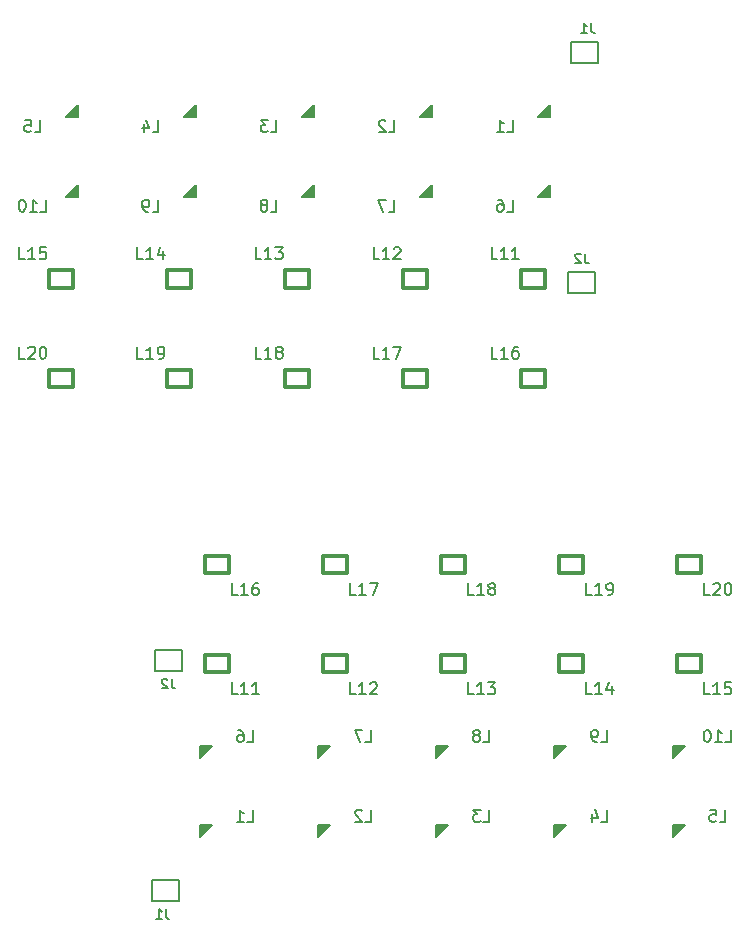
<source format=gbo>
G04 #@! TF.GenerationSoftware,KiCad,Pcbnew,5.1.8*
G04 #@! TF.CreationDate,2020-12-11T01:20:56+09:00*
G04 #@! TF.ProjectId,hikari,68696b61-7269-42e6-9b69-6361645f7063,rev?*
G04 #@! TF.SameCoordinates,Original*
G04 #@! TF.FileFunction,Legend,Bot*
G04 #@! TF.FilePolarity,Positive*
%FSLAX46Y46*%
G04 Gerber Fmt 4.6, Leading zero omitted, Abs format (unit mm)*
G04 Created by KiCad (PCBNEW 5.1.8) date 2020-12-11 01:20:56*
%MOMM*%
%LPD*%
G01*
G04 APERTURE LIST*
%ADD10C,0.150000*%
%ADD11C,0.300000*%
%ADD12R,1.800000X0.820000*%
%ADD13R,1.600000X1.000000*%
%ADD14R,0.635000X1.143000*%
%ADD15C,1.524000*%
%ADD16C,2.000000*%
G04 APERTURE END LIST*
D10*
G36*
X114190000Y-117984000D02*
G01*
X115206000Y-116968000D01*
X114190000Y-116968000D01*
X114190000Y-117984000D01*
G37*
X114190000Y-117984000D02*
X115206000Y-116968000D01*
X114190000Y-116968000D01*
X114190000Y-117984000D01*
G36*
X124190000Y-111234000D02*
G01*
X125206000Y-110218000D01*
X124190000Y-110218000D01*
X124190000Y-111234000D01*
G37*
X124190000Y-111234000D02*
X125206000Y-110218000D01*
X124190000Y-110218000D01*
X124190000Y-111234000D01*
D11*
X134570000Y-104018750D02*
X134570000Y-102568750D01*
X134570000Y-102568750D02*
X136620000Y-102568750D01*
X136620000Y-102568750D02*
X136620000Y-104018750D01*
X136620000Y-104018750D02*
X134570000Y-104018750D01*
D10*
G36*
X124190000Y-117984000D02*
G01*
X125206000Y-116968000D01*
X124190000Y-116968000D01*
X124190000Y-117984000D01*
G37*
X124190000Y-117984000D02*
X125206000Y-116968000D01*
X124190000Y-116968000D01*
X124190000Y-117984000D01*
X110106620Y-123389000D02*
X112392620Y-123389000D01*
X112392620Y-123389000D02*
X112392620Y-121611000D01*
X112392620Y-121611000D02*
X110106620Y-121611000D01*
X110106620Y-121611000D02*
X110106620Y-123389000D01*
D11*
X144570000Y-95600000D02*
X144570000Y-94150000D01*
X144570000Y-94150000D02*
X146620000Y-94150000D01*
X146620000Y-94150000D02*
X146620000Y-95600000D01*
X146620000Y-95600000D02*
X144570000Y-95600000D01*
D10*
X110357380Y-103889000D02*
X112643380Y-103889000D01*
X112643380Y-103889000D02*
X112643380Y-102111000D01*
X112643380Y-102111000D02*
X110357380Y-102111000D01*
X110357380Y-102111000D02*
X110357380Y-103889000D01*
D11*
X116620000Y-95600000D02*
X114570000Y-95600000D01*
X116620000Y-94150000D02*
X116620000Y-95600000D01*
X114570000Y-94150000D02*
X116620000Y-94150000D01*
X114570000Y-95600000D02*
X114570000Y-94150000D01*
X124570000Y-95600000D02*
X124570000Y-94150000D01*
X124570000Y-94150000D02*
X126620000Y-94150000D01*
X126620000Y-94150000D02*
X126620000Y-95600000D01*
X126620000Y-95600000D02*
X124570000Y-95600000D01*
D10*
G36*
X154190000Y-111234000D02*
G01*
X155206000Y-110218000D01*
X154190000Y-110218000D01*
X154190000Y-111234000D01*
G37*
X154190000Y-111234000D02*
X155206000Y-110218000D01*
X154190000Y-110218000D01*
X154190000Y-111234000D01*
D11*
X136620000Y-95600000D02*
X134570000Y-95600000D01*
X136620000Y-94150000D02*
X136620000Y-95600000D01*
X134570000Y-94150000D02*
X136620000Y-94150000D01*
X134570000Y-95600000D02*
X134570000Y-94150000D01*
D10*
G36*
X114190000Y-111234000D02*
G01*
X115206000Y-110218000D01*
X114190000Y-110218000D01*
X114190000Y-111234000D01*
G37*
X114190000Y-111234000D02*
X115206000Y-110218000D01*
X114190000Y-110218000D01*
X114190000Y-111234000D01*
G36*
X144190000Y-117984000D02*
G01*
X145206000Y-116968000D01*
X144190000Y-116968000D01*
X144190000Y-117984000D01*
G37*
X144190000Y-117984000D02*
X145206000Y-116968000D01*
X144190000Y-116968000D01*
X144190000Y-117984000D01*
D11*
X156620000Y-95600000D02*
X154570000Y-95600000D01*
X156620000Y-94150000D02*
X156620000Y-95600000D01*
X154570000Y-94150000D02*
X156620000Y-94150000D01*
X154570000Y-95600000D02*
X154570000Y-94150000D01*
X154570000Y-104018750D02*
X154570000Y-102568750D01*
X154570000Y-102568750D02*
X156620000Y-102568750D01*
X156620000Y-102568750D02*
X156620000Y-104018750D01*
X156620000Y-104018750D02*
X154570000Y-104018750D01*
D10*
G36*
X134190000Y-111234000D02*
G01*
X135206000Y-110218000D01*
X134190000Y-110218000D01*
X134190000Y-111234000D01*
G37*
X134190000Y-111234000D02*
X135206000Y-110218000D01*
X134190000Y-110218000D01*
X134190000Y-111234000D01*
D11*
X114570000Y-104018750D02*
X114570000Y-102568750D01*
X114570000Y-102568750D02*
X116620000Y-102568750D01*
X116620000Y-102568750D02*
X116620000Y-104018750D01*
X116620000Y-104018750D02*
X114570000Y-104018750D01*
X126620000Y-104018750D02*
X124570000Y-104018750D01*
X126620000Y-102568750D02*
X126620000Y-104018750D01*
X124570000Y-102568750D02*
X126620000Y-102568750D01*
X124570000Y-104018750D02*
X124570000Y-102568750D01*
D10*
G36*
X154190000Y-117984000D02*
G01*
X155206000Y-116968000D01*
X154190000Y-116968000D01*
X154190000Y-117984000D01*
G37*
X154190000Y-117984000D02*
X155206000Y-116968000D01*
X154190000Y-116968000D01*
X154190000Y-117984000D01*
G36*
X134190000Y-117984000D02*
G01*
X135206000Y-116968000D01*
X134190000Y-116968000D01*
X134190000Y-117984000D01*
G37*
X134190000Y-117984000D02*
X135206000Y-116968000D01*
X134190000Y-116968000D01*
X134190000Y-117984000D01*
D11*
X146620000Y-104018750D02*
X144570000Y-104018750D01*
X146620000Y-102568750D02*
X146620000Y-104018750D01*
X144570000Y-102568750D02*
X146620000Y-102568750D01*
X144570000Y-104018750D02*
X144570000Y-102568750D01*
D10*
G36*
X144190000Y-111234000D02*
G01*
X145206000Y-110218000D01*
X144190000Y-110218000D01*
X144190000Y-111234000D01*
G37*
X144190000Y-111234000D02*
X145206000Y-110218000D01*
X144190000Y-110218000D01*
X144190000Y-111234000D01*
X147893380Y-50611000D02*
X145607380Y-50611000D01*
X145607380Y-50611000D02*
X145607380Y-52389000D01*
X145607380Y-52389000D02*
X147893380Y-52389000D01*
X147893380Y-52389000D02*
X147893380Y-50611000D01*
G36*
X143810000Y-56016000D02*
G01*
X142794000Y-57032000D01*
X143810000Y-57032000D01*
X143810000Y-56016000D01*
G37*
X143810000Y-56016000D02*
X142794000Y-57032000D01*
X143810000Y-57032000D01*
X143810000Y-56016000D01*
G36*
X133810000Y-56016000D02*
G01*
X132794000Y-57032000D01*
X133810000Y-57032000D01*
X133810000Y-56016000D01*
G37*
X133810000Y-56016000D02*
X132794000Y-57032000D01*
X133810000Y-57032000D01*
X133810000Y-56016000D01*
G36*
X123810000Y-56016000D02*
G01*
X122794000Y-57032000D01*
X123810000Y-57032000D01*
X123810000Y-56016000D01*
G37*
X123810000Y-56016000D02*
X122794000Y-57032000D01*
X123810000Y-57032000D01*
X123810000Y-56016000D01*
G36*
X113810000Y-56016000D02*
G01*
X112794000Y-57032000D01*
X113810000Y-57032000D01*
X113810000Y-56016000D01*
G37*
X113810000Y-56016000D02*
X112794000Y-57032000D01*
X113810000Y-57032000D01*
X113810000Y-56016000D01*
G36*
X103810000Y-56016000D02*
G01*
X102794000Y-57032000D01*
X103810000Y-57032000D01*
X103810000Y-56016000D01*
G37*
X103810000Y-56016000D02*
X102794000Y-57032000D01*
X103810000Y-57032000D01*
X103810000Y-56016000D01*
G36*
X143810000Y-62766000D02*
G01*
X142794000Y-63782000D01*
X143810000Y-63782000D01*
X143810000Y-62766000D01*
G37*
X143810000Y-62766000D02*
X142794000Y-63782000D01*
X143810000Y-63782000D01*
X143810000Y-62766000D01*
G36*
X133810000Y-62766000D02*
G01*
X132794000Y-63782000D01*
X133810000Y-63782000D01*
X133810000Y-62766000D01*
G37*
X133810000Y-62766000D02*
X132794000Y-63782000D01*
X133810000Y-63782000D01*
X133810000Y-62766000D01*
G36*
X123810000Y-62766000D02*
G01*
X122794000Y-63782000D01*
X123810000Y-63782000D01*
X123810000Y-62766000D01*
G37*
X123810000Y-62766000D02*
X122794000Y-63782000D01*
X123810000Y-63782000D01*
X123810000Y-62766000D01*
G36*
X113810000Y-62766000D02*
G01*
X112794000Y-63782000D01*
X113810000Y-63782000D01*
X113810000Y-62766000D01*
G37*
X113810000Y-62766000D02*
X112794000Y-63782000D01*
X113810000Y-63782000D01*
X113810000Y-62766000D01*
G36*
X103810000Y-62766000D02*
G01*
X102794000Y-63782000D01*
X103810000Y-63782000D01*
X103810000Y-62766000D01*
G37*
X103810000Y-62766000D02*
X102794000Y-63782000D01*
X103810000Y-63782000D01*
X103810000Y-62766000D01*
D11*
X143430000Y-69981250D02*
X143430000Y-71431250D01*
X143430000Y-71431250D02*
X141380000Y-71431250D01*
X141380000Y-71431250D02*
X141380000Y-69981250D01*
X141380000Y-69981250D02*
X143430000Y-69981250D01*
X131380000Y-69981250D02*
X133430000Y-69981250D01*
X131380000Y-71431250D02*
X131380000Y-69981250D01*
X133430000Y-71431250D02*
X131380000Y-71431250D01*
X133430000Y-69981250D02*
X133430000Y-71431250D01*
X123430000Y-69981250D02*
X123430000Y-71431250D01*
X123430000Y-71431250D02*
X121380000Y-71431250D01*
X121380000Y-71431250D02*
X121380000Y-69981250D01*
X121380000Y-69981250D02*
X123430000Y-69981250D01*
X111380000Y-69981250D02*
X113430000Y-69981250D01*
X111380000Y-71431250D02*
X111380000Y-69981250D01*
X113430000Y-71431250D02*
X111380000Y-71431250D01*
X113430000Y-69981250D02*
X113430000Y-71431250D01*
X103430000Y-69981250D02*
X103430000Y-71431250D01*
X103430000Y-71431250D02*
X101380000Y-71431250D01*
X101380000Y-71431250D02*
X101380000Y-69981250D01*
X101380000Y-69981250D02*
X103430000Y-69981250D01*
X141380000Y-78400000D02*
X143430000Y-78400000D01*
X141380000Y-79850000D02*
X141380000Y-78400000D01*
X143430000Y-79850000D02*
X141380000Y-79850000D01*
X143430000Y-78400000D02*
X143430000Y-79850000D01*
X133430000Y-78400000D02*
X133430000Y-79850000D01*
X133430000Y-79850000D02*
X131380000Y-79850000D01*
X131380000Y-79850000D02*
X131380000Y-78400000D01*
X131380000Y-78400000D02*
X133430000Y-78400000D01*
X121380000Y-78400000D02*
X123430000Y-78400000D01*
X121380000Y-79850000D02*
X121380000Y-78400000D01*
X123430000Y-79850000D02*
X121380000Y-79850000D01*
X123430000Y-78400000D02*
X123430000Y-79850000D01*
X113430000Y-78400000D02*
X113430000Y-79850000D01*
X113430000Y-79850000D02*
X111380000Y-79850000D01*
X111380000Y-79850000D02*
X111380000Y-78400000D01*
X111380000Y-78400000D02*
X113430000Y-78400000D01*
X101380000Y-78400000D02*
X103430000Y-78400000D01*
X101380000Y-79850000D02*
X101380000Y-78400000D01*
X103430000Y-79850000D02*
X101380000Y-79850000D01*
X103430000Y-78400000D02*
X103430000Y-79850000D01*
D10*
X147642620Y-70111000D02*
X145356620Y-70111000D01*
X145356620Y-70111000D02*
X145356620Y-71889000D01*
X145356620Y-71889000D02*
X147642620Y-71889000D01*
X147642620Y-71889000D02*
X147642620Y-70111000D01*
X118166666Y-116652380D02*
X118642857Y-116652380D01*
X118642857Y-115652380D01*
X117309523Y-116652380D02*
X117880952Y-116652380D01*
X117595238Y-116652380D02*
X117595238Y-115652380D01*
X117690476Y-115795238D01*
X117785714Y-115890476D01*
X117880952Y-115938095D01*
X128166666Y-109902380D02*
X128642857Y-109902380D01*
X128642857Y-108902380D01*
X127928571Y-108902380D02*
X127261904Y-108902380D01*
X127690476Y-109902380D01*
X137357142Y-105871130D02*
X136880952Y-105871130D01*
X136880952Y-104871130D01*
X138214285Y-105871130D02*
X137642857Y-105871130D01*
X137928571Y-105871130D02*
X137928571Y-104871130D01*
X137833333Y-105013988D01*
X137738095Y-105109226D01*
X137642857Y-105156845D01*
X138547619Y-104871130D02*
X139166666Y-104871130D01*
X138833333Y-105252083D01*
X138976190Y-105252083D01*
X139071428Y-105299702D01*
X139119047Y-105347321D01*
X139166666Y-105442559D01*
X139166666Y-105680654D01*
X139119047Y-105775892D01*
X139071428Y-105823511D01*
X138976190Y-105871130D01*
X138690476Y-105871130D01*
X138595238Y-105823511D01*
X138547619Y-105775892D01*
X128166666Y-116652380D02*
X128642857Y-116652380D01*
X128642857Y-115652380D01*
X127880952Y-115747619D02*
X127833333Y-115700000D01*
X127738095Y-115652380D01*
X127500000Y-115652380D01*
X127404761Y-115700000D01*
X127357142Y-115747619D01*
X127309523Y-115842857D01*
X127309523Y-115938095D01*
X127357142Y-116080952D01*
X127928571Y-116652380D01*
X127309523Y-116652380D01*
X111270173Y-124054895D02*
X111270173Y-124635466D01*
X111308878Y-124751580D01*
X111386287Y-124828990D01*
X111502401Y-124867695D01*
X111579811Y-124867695D01*
X110457373Y-124867695D02*
X110921830Y-124867695D01*
X110689601Y-124867695D02*
X110689601Y-124054895D01*
X110767011Y-124171009D01*
X110844420Y-124248419D01*
X110921830Y-124287123D01*
X147357142Y-97452380D02*
X146880952Y-97452380D01*
X146880952Y-96452380D01*
X148214285Y-97452380D02*
X147642857Y-97452380D01*
X147928571Y-97452380D02*
X147928571Y-96452380D01*
X147833333Y-96595238D01*
X147738095Y-96690476D01*
X147642857Y-96738095D01*
X148690476Y-97452380D02*
X148880952Y-97452380D01*
X148976190Y-97404761D01*
X149023809Y-97357142D01*
X149119047Y-97214285D01*
X149166666Y-97023809D01*
X149166666Y-96642857D01*
X149119047Y-96547619D01*
X149071428Y-96500000D01*
X148976190Y-96452380D01*
X148785714Y-96452380D01*
X148690476Y-96500000D01*
X148642857Y-96547619D01*
X148595238Y-96642857D01*
X148595238Y-96880952D01*
X148642857Y-96976190D01*
X148690476Y-97023809D01*
X148785714Y-97071428D01*
X148976190Y-97071428D01*
X149071428Y-97023809D01*
X149119047Y-96976190D01*
X149166666Y-96880952D01*
X111770933Y-104554895D02*
X111770933Y-105135466D01*
X111809638Y-105251580D01*
X111887047Y-105328990D01*
X112003161Y-105367695D01*
X112080571Y-105367695D01*
X111422590Y-104632304D02*
X111383885Y-104593600D01*
X111306476Y-104554895D01*
X111112952Y-104554895D01*
X111035542Y-104593600D01*
X110996838Y-104632304D01*
X110958133Y-104709714D01*
X110958133Y-104787123D01*
X110996838Y-104903238D01*
X111461295Y-105367695D01*
X110958133Y-105367695D01*
X117357142Y-97452380D02*
X116880952Y-97452380D01*
X116880952Y-96452380D01*
X118214285Y-97452380D02*
X117642857Y-97452380D01*
X117928571Y-97452380D02*
X117928571Y-96452380D01*
X117833333Y-96595238D01*
X117738095Y-96690476D01*
X117642857Y-96738095D01*
X119071428Y-96452380D02*
X118880952Y-96452380D01*
X118785714Y-96500000D01*
X118738095Y-96547619D01*
X118642857Y-96690476D01*
X118595238Y-96880952D01*
X118595238Y-97261904D01*
X118642857Y-97357142D01*
X118690476Y-97404761D01*
X118785714Y-97452380D01*
X118976190Y-97452380D01*
X119071428Y-97404761D01*
X119119047Y-97357142D01*
X119166666Y-97261904D01*
X119166666Y-97023809D01*
X119119047Y-96928571D01*
X119071428Y-96880952D01*
X118976190Y-96833333D01*
X118785714Y-96833333D01*
X118690476Y-96880952D01*
X118642857Y-96928571D01*
X118595238Y-97023809D01*
X127357142Y-97452380D02*
X126880952Y-97452380D01*
X126880952Y-96452380D01*
X128214285Y-97452380D02*
X127642857Y-97452380D01*
X127928571Y-97452380D02*
X127928571Y-96452380D01*
X127833333Y-96595238D01*
X127738095Y-96690476D01*
X127642857Y-96738095D01*
X128547619Y-96452380D02*
X129214285Y-96452380D01*
X128785714Y-97452380D01*
X158642857Y-109902380D02*
X159119047Y-109902380D01*
X159119047Y-108902380D01*
X157785714Y-109902380D02*
X158357142Y-109902380D01*
X158071428Y-109902380D02*
X158071428Y-108902380D01*
X158166666Y-109045238D01*
X158261904Y-109140476D01*
X158357142Y-109188095D01*
X157166666Y-108902380D02*
X157071428Y-108902380D01*
X156976190Y-108950000D01*
X156928571Y-108997619D01*
X156880952Y-109092857D01*
X156833333Y-109283333D01*
X156833333Y-109521428D01*
X156880952Y-109711904D01*
X156928571Y-109807142D01*
X156976190Y-109854761D01*
X157071428Y-109902380D01*
X157166666Y-109902380D01*
X157261904Y-109854761D01*
X157309523Y-109807142D01*
X157357142Y-109711904D01*
X157404761Y-109521428D01*
X157404761Y-109283333D01*
X157357142Y-109092857D01*
X157309523Y-108997619D01*
X157261904Y-108950000D01*
X157166666Y-108902380D01*
X137357142Y-97452380D02*
X136880952Y-97452380D01*
X136880952Y-96452380D01*
X138214285Y-97452380D02*
X137642857Y-97452380D01*
X137928571Y-97452380D02*
X137928571Y-96452380D01*
X137833333Y-96595238D01*
X137738095Y-96690476D01*
X137642857Y-96738095D01*
X138785714Y-96880952D02*
X138690476Y-96833333D01*
X138642857Y-96785714D01*
X138595238Y-96690476D01*
X138595238Y-96642857D01*
X138642857Y-96547619D01*
X138690476Y-96500000D01*
X138785714Y-96452380D01*
X138976190Y-96452380D01*
X139071428Y-96500000D01*
X139119047Y-96547619D01*
X139166666Y-96642857D01*
X139166666Y-96690476D01*
X139119047Y-96785714D01*
X139071428Y-96833333D01*
X138976190Y-96880952D01*
X138785714Y-96880952D01*
X138690476Y-96928571D01*
X138642857Y-96976190D01*
X138595238Y-97071428D01*
X138595238Y-97261904D01*
X138642857Y-97357142D01*
X138690476Y-97404761D01*
X138785714Y-97452380D01*
X138976190Y-97452380D01*
X139071428Y-97404761D01*
X139119047Y-97357142D01*
X139166666Y-97261904D01*
X139166666Y-97071428D01*
X139119047Y-96976190D01*
X139071428Y-96928571D01*
X138976190Y-96880952D01*
X118166666Y-109902380D02*
X118642857Y-109902380D01*
X118642857Y-108902380D01*
X117404761Y-108902380D02*
X117595238Y-108902380D01*
X117690476Y-108950000D01*
X117738095Y-108997619D01*
X117833333Y-109140476D01*
X117880952Y-109330952D01*
X117880952Y-109711904D01*
X117833333Y-109807142D01*
X117785714Y-109854761D01*
X117690476Y-109902380D01*
X117500000Y-109902380D01*
X117404761Y-109854761D01*
X117357142Y-109807142D01*
X117309523Y-109711904D01*
X117309523Y-109473809D01*
X117357142Y-109378571D01*
X117404761Y-109330952D01*
X117500000Y-109283333D01*
X117690476Y-109283333D01*
X117785714Y-109330952D01*
X117833333Y-109378571D01*
X117880952Y-109473809D01*
X148166666Y-116652380D02*
X148642857Y-116652380D01*
X148642857Y-115652380D01*
X147404761Y-115985714D02*
X147404761Y-116652380D01*
X147642857Y-115604761D02*
X147880952Y-116319047D01*
X147261904Y-116319047D01*
X157357142Y-97452380D02*
X156880952Y-97452380D01*
X156880952Y-96452380D01*
X157642857Y-96547619D02*
X157690476Y-96500000D01*
X157785714Y-96452380D01*
X158023809Y-96452380D01*
X158119047Y-96500000D01*
X158166666Y-96547619D01*
X158214285Y-96642857D01*
X158214285Y-96738095D01*
X158166666Y-96880952D01*
X157595238Y-97452380D01*
X158214285Y-97452380D01*
X158833333Y-96452380D02*
X158928571Y-96452380D01*
X159023809Y-96500000D01*
X159071428Y-96547619D01*
X159119047Y-96642857D01*
X159166666Y-96833333D01*
X159166666Y-97071428D01*
X159119047Y-97261904D01*
X159071428Y-97357142D01*
X159023809Y-97404761D01*
X158928571Y-97452380D01*
X158833333Y-97452380D01*
X158738095Y-97404761D01*
X158690476Y-97357142D01*
X158642857Y-97261904D01*
X158595238Y-97071428D01*
X158595238Y-96833333D01*
X158642857Y-96642857D01*
X158690476Y-96547619D01*
X158738095Y-96500000D01*
X158833333Y-96452380D01*
X157357142Y-105871130D02*
X156880952Y-105871130D01*
X156880952Y-104871130D01*
X158214285Y-105871130D02*
X157642857Y-105871130D01*
X157928571Y-105871130D02*
X157928571Y-104871130D01*
X157833333Y-105013988D01*
X157738095Y-105109226D01*
X157642857Y-105156845D01*
X159119047Y-104871130D02*
X158642857Y-104871130D01*
X158595238Y-105347321D01*
X158642857Y-105299702D01*
X158738095Y-105252083D01*
X158976190Y-105252083D01*
X159071428Y-105299702D01*
X159119047Y-105347321D01*
X159166666Y-105442559D01*
X159166666Y-105680654D01*
X159119047Y-105775892D01*
X159071428Y-105823511D01*
X158976190Y-105871130D01*
X158738095Y-105871130D01*
X158642857Y-105823511D01*
X158595238Y-105775892D01*
X138166666Y-109902380D02*
X138642857Y-109902380D01*
X138642857Y-108902380D01*
X137690476Y-109330952D02*
X137785714Y-109283333D01*
X137833333Y-109235714D01*
X137880952Y-109140476D01*
X137880952Y-109092857D01*
X137833333Y-108997619D01*
X137785714Y-108950000D01*
X137690476Y-108902380D01*
X137500000Y-108902380D01*
X137404761Y-108950000D01*
X137357142Y-108997619D01*
X137309523Y-109092857D01*
X137309523Y-109140476D01*
X137357142Y-109235714D01*
X137404761Y-109283333D01*
X137500000Y-109330952D01*
X137690476Y-109330952D01*
X137785714Y-109378571D01*
X137833333Y-109426190D01*
X137880952Y-109521428D01*
X137880952Y-109711904D01*
X137833333Y-109807142D01*
X137785714Y-109854761D01*
X137690476Y-109902380D01*
X137500000Y-109902380D01*
X137404761Y-109854761D01*
X137357142Y-109807142D01*
X137309523Y-109711904D01*
X137309523Y-109521428D01*
X137357142Y-109426190D01*
X137404761Y-109378571D01*
X137500000Y-109330952D01*
X117357142Y-105871130D02*
X116880952Y-105871130D01*
X116880952Y-104871130D01*
X118214285Y-105871130D02*
X117642857Y-105871130D01*
X117928571Y-105871130D02*
X117928571Y-104871130D01*
X117833333Y-105013988D01*
X117738095Y-105109226D01*
X117642857Y-105156845D01*
X119166666Y-105871130D02*
X118595238Y-105871130D01*
X118880952Y-105871130D02*
X118880952Y-104871130D01*
X118785714Y-105013988D01*
X118690476Y-105109226D01*
X118595238Y-105156845D01*
X127357142Y-105871130D02*
X126880952Y-105871130D01*
X126880952Y-104871130D01*
X128214285Y-105871130D02*
X127642857Y-105871130D01*
X127928571Y-105871130D02*
X127928571Y-104871130D01*
X127833333Y-105013988D01*
X127738095Y-105109226D01*
X127642857Y-105156845D01*
X128595238Y-104966369D02*
X128642857Y-104918750D01*
X128738095Y-104871130D01*
X128976190Y-104871130D01*
X129071428Y-104918750D01*
X129119047Y-104966369D01*
X129166666Y-105061607D01*
X129166666Y-105156845D01*
X129119047Y-105299702D01*
X128547619Y-105871130D01*
X129166666Y-105871130D01*
X158166666Y-116652380D02*
X158642857Y-116652380D01*
X158642857Y-115652380D01*
X157357142Y-115652380D02*
X157833333Y-115652380D01*
X157880952Y-116128571D01*
X157833333Y-116080952D01*
X157738095Y-116033333D01*
X157500000Y-116033333D01*
X157404761Y-116080952D01*
X157357142Y-116128571D01*
X157309523Y-116223809D01*
X157309523Y-116461904D01*
X157357142Y-116557142D01*
X157404761Y-116604761D01*
X157500000Y-116652380D01*
X157738095Y-116652380D01*
X157833333Y-116604761D01*
X157880952Y-116557142D01*
X138166666Y-116652380D02*
X138642857Y-116652380D01*
X138642857Y-115652380D01*
X137928571Y-115652380D02*
X137309523Y-115652380D01*
X137642857Y-116033333D01*
X137500000Y-116033333D01*
X137404761Y-116080952D01*
X137357142Y-116128571D01*
X137309523Y-116223809D01*
X137309523Y-116461904D01*
X137357142Y-116557142D01*
X137404761Y-116604761D01*
X137500000Y-116652380D01*
X137785714Y-116652380D01*
X137880952Y-116604761D01*
X137928571Y-116557142D01*
X147357142Y-105871130D02*
X146880952Y-105871130D01*
X146880952Y-104871130D01*
X148214285Y-105871130D02*
X147642857Y-105871130D01*
X147928571Y-105871130D02*
X147928571Y-104871130D01*
X147833333Y-105013988D01*
X147738095Y-105109226D01*
X147642857Y-105156845D01*
X149071428Y-105204464D02*
X149071428Y-105871130D01*
X148833333Y-104823511D02*
X148595238Y-105537797D01*
X149214285Y-105537797D01*
X148166666Y-109902380D02*
X148642857Y-109902380D01*
X148642857Y-108902380D01*
X147785714Y-109902380D02*
X147595238Y-109902380D01*
X147500000Y-109854761D01*
X147452380Y-109807142D01*
X147357142Y-109664285D01*
X147309523Y-109473809D01*
X147309523Y-109092857D01*
X147357142Y-108997619D01*
X147404761Y-108950000D01*
X147500000Y-108902380D01*
X147690476Y-108902380D01*
X147785714Y-108950000D01*
X147833333Y-108997619D01*
X147880952Y-109092857D01*
X147880952Y-109330952D01*
X147833333Y-109426190D01*
X147785714Y-109473809D01*
X147690476Y-109521428D01*
X147500000Y-109521428D01*
X147404761Y-109473809D01*
X147357142Y-109426190D01*
X147309523Y-109330952D01*
X147271693Y-49054895D02*
X147271693Y-49635466D01*
X147310398Y-49751580D01*
X147387807Y-49828990D01*
X147503921Y-49867695D01*
X147581331Y-49867695D01*
X146458893Y-49867695D02*
X146923350Y-49867695D01*
X146691121Y-49867695D02*
X146691121Y-49054895D01*
X146768531Y-49171009D01*
X146845940Y-49248419D01*
X146923350Y-49287123D01*
X140166666Y-58252380D02*
X140642857Y-58252380D01*
X140642857Y-57252380D01*
X139309523Y-58252380D02*
X139880952Y-58252380D01*
X139595238Y-58252380D02*
X139595238Y-57252380D01*
X139690476Y-57395238D01*
X139785714Y-57490476D01*
X139880952Y-57538095D01*
X130166666Y-58252380D02*
X130642857Y-58252380D01*
X130642857Y-57252380D01*
X129880952Y-57347619D02*
X129833333Y-57300000D01*
X129738095Y-57252380D01*
X129500000Y-57252380D01*
X129404761Y-57300000D01*
X129357142Y-57347619D01*
X129309523Y-57442857D01*
X129309523Y-57538095D01*
X129357142Y-57680952D01*
X129928571Y-58252380D01*
X129309523Y-58252380D01*
X120166666Y-58252380D02*
X120642857Y-58252380D01*
X120642857Y-57252380D01*
X119928571Y-57252380D02*
X119309523Y-57252380D01*
X119642857Y-57633333D01*
X119500000Y-57633333D01*
X119404761Y-57680952D01*
X119357142Y-57728571D01*
X119309523Y-57823809D01*
X119309523Y-58061904D01*
X119357142Y-58157142D01*
X119404761Y-58204761D01*
X119500000Y-58252380D01*
X119785714Y-58252380D01*
X119880952Y-58204761D01*
X119928571Y-58157142D01*
X110166666Y-58252380D02*
X110642857Y-58252380D01*
X110642857Y-57252380D01*
X109404761Y-57585714D02*
X109404761Y-58252380D01*
X109642857Y-57204761D02*
X109880952Y-57919047D01*
X109261904Y-57919047D01*
X100166666Y-58252380D02*
X100642857Y-58252380D01*
X100642857Y-57252380D01*
X99357142Y-57252380D02*
X99833333Y-57252380D01*
X99880952Y-57728571D01*
X99833333Y-57680952D01*
X99738095Y-57633333D01*
X99500000Y-57633333D01*
X99404761Y-57680952D01*
X99357142Y-57728571D01*
X99309523Y-57823809D01*
X99309523Y-58061904D01*
X99357142Y-58157142D01*
X99404761Y-58204761D01*
X99500000Y-58252380D01*
X99738095Y-58252380D01*
X99833333Y-58204761D01*
X99880952Y-58157142D01*
X140166666Y-65002380D02*
X140642857Y-65002380D01*
X140642857Y-64002380D01*
X139404761Y-64002380D02*
X139595238Y-64002380D01*
X139690476Y-64050000D01*
X139738095Y-64097619D01*
X139833333Y-64240476D01*
X139880952Y-64430952D01*
X139880952Y-64811904D01*
X139833333Y-64907142D01*
X139785714Y-64954761D01*
X139690476Y-65002380D01*
X139500000Y-65002380D01*
X139404761Y-64954761D01*
X139357142Y-64907142D01*
X139309523Y-64811904D01*
X139309523Y-64573809D01*
X139357142Y-64478571D01*
X139404761Y-64430952D01*
X139500000Y-64383333D01*
X139690476Y-64383333D01*
X139785714Y-64430952D01*
X139833333Y-64478571D01*
X139880952Y-64573809D01*
X130166666Y-65002380D02*
X130642857Y-65002380D01*
X130642857Y-64002380D01*
X129928571Y-64002380D02*
X129261904Y-64002380D01*
X129690476Y-65002380D01*
X120166666Y-65002380D02*
X120642857Y-65002380D01*
X120642857Y-64002380D01*
X119690476Y-64430952D02*
X119785714Y-64383333D01*
X119833333Y-64335714D01*
X119880952Y-64240476D01*
X119880952Y-64192857D01*
X119833333Y-64097619D01*
X119785714Y-64050000D01*
X119690476Y-64002380D01*
X119500000Y-64002380D01*
X119404761Y-64050000D01*
X119357142Y-64097619D01*
X119309523Y-64192857D01*
X119309523Y-64240476D01*
X119357142Y-64335714D01*
X119404761Y-64383333D01*
X119500000Y-64430952D01*
X119690476Y-64430952D01*
X119785714Y-64478571D01*
X119833333Y-64526190D01*
X119880952Y-64621428D01*
X119880952Y-64811904D01*
X119833333Y-64907142D01*
X119785714Y-64954761D01*
X119690476Y-65002380D01*
X119500000Y-65002380D01*
X119404761Y-64954761D01*
X119357142Y-64907142D01*
X119309523Y-64811904D01*
X119309523Y-64621428D01*
X119357142Y-64526190D01*
X119404761Y-64478571D01*
X119500000Y-64430952D01*
X110166666Y-65002380D02*
X110642857Y-65002380D01*
X110642857Y-64002380D01*
X109785714Y-65002380D02*
X109595238Y-65002380D01*
X109500000Y-64954761D01*
X109452380Y-64907142D01*
X109357142Y-64764285D01*
X109309523Y-64573809D01*
X109309523Y-64192857D01*
X109357142Y-64097619D01*
X109404761Y-64050000D01*
X109500000Y-64002380D01*
X109690476Y-64002380D01*
X109785714Y-64050000D01*
X109833333Y-64097619D01*
X109880952Y-64192857D01*
X109880952Y-64430952D01*
X109833333Y-64526190D01*
X109785714Y-64573809D01*
X109690476Y-64621428D01*
X109500000Y-64621428D01*
X109404761Y-64573809D01*
X109357142Y-64526190D01*
X109309523Y-64430952D01*
X100642857Y-65002380D02*
X101119047Y-65002380D01*
X101119047Y-64002380D01*
X99785714Y-65002380D02*
X100357142Y-65002380D01*
X100071428Y-65002380D02*
X100071428Y-64002380D01*
X100166666Y-64145238D01*
X100261904Y-64240476D01*
X100357142Y-64288095D01*
X99166666Y-64002380D02*
X99071428Y-64002380D01*
X98976190Y-64050000D01*
X98928571Y-64097619D01*
X98880952Y-64192857D01*
X98833333Y-64383333D01*
X98833333Y-64621428D01*
X98880952Y-64811904D01*
X98928571Y-64907142D01*
X98976190Y-64954761D01*
X99071428Y-65002380D01*
X99166666Y-65002380D01*
X99261904Y-64954761D01*
X99309523Y-64907142D01*
X99357142Y-64811904D01*
X99404761Y-64621428D01*
X99404761Y-64383333D01*
X99357142Y-64192857D01*
X99309523Y-64097619D01*
X99261904Y-64050000D01*
X99166666Y-64002380D01*
X139357142Y-69033630D02*
X138880952Y-69033630D01*
X138880952Y-68033630D01*
X140214285Y-69033630D02*
X139642857Y-69033630D01*
X139928571Y-69033630D02*
X139928571Y-68033630D01*
X139833333Y-68176488D01*
X139738095Y-68271726D01*
X139642857Y-68319345D01*
X141166666Y-69033630D02*
X140595238Y-69033630D01*
X140880952Y-69033630D02*
X140880952Y-68033630D01*
X140785714Y-68176488D01*
X140690476Y-68271726D01*
X140595238Y-68319345D01*
X129357142Y-69033630D02*
X128880952Y-69033630D01*
X128880952Y-68033630D01*
X130214285Y-69033630D02*
X129642857Y-69033630D01*
X129928571Y-69033630D02*
X129928571Y-68033630D01*
X129833333Y-68176488D01*
X129738095Y-68271726D01*
X129642857Y-68319345D01*
X130595238Y-68128869D02*
X130642857Y-68081250D01*
X130738095Y-68033630D01*
X130976190Y-68033630D01*
X131071428Y-68081250D01*
X131119047Y-68128869D01*
X131166666Y-68224107D01*
X131166666Y-68319345D01*
X131119047Y-68462202D01*
X130547619Y-69033630D01*
X131166666Y-69033630D01*
X119357142Y-69033630D02*
X118880952Y-69033630D01*
X118880952Y-68033630D01*
X120214285Y-69033630D02*
X119642857Y-69033630D01*
X119928571Y-69033630D02*
X119928571Y-68033630D01*
X119833333Y-68176488D01*
X119738095Y-68271726D01*
X119642857Y-68319345D01*
X120547619Y-68033630D02*
X121166666Y-68033630D01*
X120833333Y-68414583D01*
X120976190Y-68414583D01*
X121071428Y-68462202D01*
X121119047Y-68509821D01*
X121166666Y-68605059D01*
X121166666Y-68843154D01*
X121119047Y-68938392D01*
X121071428Y-68986011D01*
X120976190Y-69033630D01*
X120690476Y-69033630D01*
X120595238Y-68986011D01*
X120547619Y-68938392D01*
X109357142Y-69033630D02*
X108880952Y-69033630D01*
X108880952Y-68033630D01*
X110214285Y-69033630D02*
X109642857Y-69033630D01*
X109928571Y-69033630D02*
X109928571Y-68033630D01*
X109833333Y-68176488D01*
X109738095Y-68271726D01*
X109642857Y-68319345D01*
X111071428Y-68366964D02*
X111071428Y-69033630D01*
X110833333Y-67986011D02*
X110595238Y-68700297D01*
X111214285Y-68700297D01*
X99357142Y-69033630D02*
X98880952Y-69033630D01*
X98880952Y-68033630D01*
X100214285Y-69033630D02*
X99642857Y-69033630D01*
X99928571Y-69033630D02*
X99928571Y-68033630D01*
X99833333Y-68176488D01*
X99738095Y-68271726D01*
X99642857Y-68319345D01*
X101119047Y-68033630D02*
X100642857Y-68033630D01*
X100595238Y-68509821D01*
X100642857Y-68462202D01*
X100738095Y-68414583D01*
X100976190Y-68414583D01*
X101071428Y-68462202D01*
X101119047Y-68509821D01*
X101166666Y-68605059D01*
X101166666Y-68843154D01*
X101119047Y-68938392D01*
X101071428Y-68986011D01*
X100976190Y-69033630D01*
X100738095Y-69033630D01*
X100642857Y-68986011D01*
X100595238Y-68938392D01*
X139357142Y-77452380D02*
X138880952Y-77452380D01*
X138880952Y-76452380D01*
X140214285Y-77452380D02*
X139642857Y-77452380D01*
X139928571Y-77452380D02*
X139928571Y-76452380D01*
X139833333Y-76595238D01*
X139738095Y-76690476D01*
X139642857Y-76738095D01*
X141071428Y-76452380D02*
X140880952Y-76452380D01*
X140785714Y-76500000D01*
X140738095Y-76547619D01*
X140642857Y-76690476D01*
X140595238Y-76880952D01*
X140595238Y-77261904D01*
X140642857Y-77357142D01*
X140690476Y-77404761D01*
X140785714Y-77452380D01*
X140976190Y-77452380D01*
X141071428Y-77404761D01*
X141119047Y-77357142D01*
X141166666Y-77261904D01*
X141166666Y-77023809D01*
X141119047Y-76928571D01*
X141071428Y-76880952D01*
X140976190Y-76833333D01*
X140785714Y-76833333D01*
X140690476Y-76880952D01*
X140642857Y-76928571D01*
X140595238Y-77023809D01*
X129357142Y-77452380D02*
X128880952Y-77452380D01*
X128880952Y-76452380D01*
X130214285Y-77452380D02*
X129642857Y-77452380D01*
X129928571Y-77452380D02*
X129928571Y-76452380D01*
X129833333Y-76595238D01*
X129738095Y-76690476D01*
X129642857Y-76738095D01*
X130547619Y-76452380D02*
X131214285Y-76452380D01*
X130785714Y-77452380D01*
X119357142Y-77452380D02*
X118880952Y-77452380D01*
X118880952Y-76452380D01*
X120214285Y-77452380D02*
X119642857Y-77452380D01*
X119928571Y-77452380D02*
X119928571Y-76452380D01*
X119833333Y-76595238D01*
X119738095Y-76690476D01*
X119642857Y-76738095D01*
X120785714Y-76880952D02*
X120690476Y-76833333D01*
X120642857Y-76785714D01*
X120595238Y-76690476D01*
X120595238Y-76642857D01*
X120642857Y-76547619D01*
X120690476Y-76500000D01*
X120785714Y-76452380D01*
X120976190Y-76452380D01*
X121071428Y-76500000D01*
X121119047Y-76547619D01*
X121166666Y-76642857D01*
X121166666Y-76690476D01*
X121119047Y-76785714D01*
X121071428Y-76833333D01*
X120976190Y-76880952D01*
X120785714Y-76880952D01*
X120690476Y-76928571D01*
X120642857Y-76976190D01*
X120595238Y-77071428D01*
X120595238Y-77261904D01*
X120642857Y-77357142D01*
X120690476Y-77404761D01*
X120785714Y-77452380D01*
X120976190Y-77452380D01*
X121071428Y-77404761D01*
X121119047Y-77357142D01*
X121166666Y-77261904D01*
X121166666Y-77071428D01*
X121119047Y-76976190D01*
X121071428Y-76928571D01*
X120976190Y-76880952D01*
X109357142Y-77452380D02*
X108880952Y-77452380D01*
X108880952Y-76452380D01*
X110214285Y-77452380D02*
X109642857Y-77452380D01*
X109928571Y-77452380D02*
X109928571Y-76452380D01*
X109833333Y-76595238D01*
X109738095Y-76690476D01*
X109642857Y-76738095D01*
X110690476Y-77452380D02*
X110880952Y-77452380D01*
X110976190Y-77404761D01*
X111023809Y-77357142D01*
X111119047Y-77214285D01*
X111166666Y-77023809D01*
X111166666Y-76642857D01*
X111119047Y-76547619D01*
X111071428Y-76500000D01*
X110976190Y-76452380D01*
X110785714Y-76452380D01*
X110690476Y-76500000D01*
X110642857Y-76547619D01*
X110595238Y-76642857D01*
X110595238Y-76880952D01*
X110642857Y-76976190D01*
X110690476Y-77023809D01*
X110785714Y-77071428D01*
X110976190Y-77071428D01*
X111071428Y-77023809D01*
X111119047Y-76976190D01*
X111166666Y-76880952D01*
X99357142Y-77452380D02*
X98880952Y-77452380D01*
X98880952Y-76452380D01*
X99642857Y-76547619D02*
X99690476Y-76500000D01*
X99785714Y-76452380D01*
X100023809Y-76452380D01*
X100119047Y-76500000D01*
X100166666Y-76547619D01*
X100214285Y-76642857D01*
X100214285Y-76738095D01*
X100166666Y-76880952D01*
X99595238Y-77452380D01*
X100214285Y-77452380D01*
X100833333Y-76452380D02*
X100928571Y-76452380D01*
X101023809Y-76500000D01*
X101071428Y-76547619D01*
X101119047Y-76642857D01*
X101166666Y-76833333D01*
X101166666Y-77071428D01*
X101119047Y-77261904D01*
X101071428Y-77357142D01*
X101023809Y-77404761D01*
X100928571Y-77452380D01*
X100833333Y-77452380D01*
X100738095Y-77404761D01*
X100690476Y-77357142D01*
X100642857Y-77261904D01*
X100595238Y-77071428D01*
X100595238Y-76833333D01*
X100642857Y-76642857D01*
X100690476Y-76547619D01*
X100738095Y-76500000D01*
X100833333Y-76452380D01*
X146770933Y-68554895D02*
X146770933Y-69135466D01*
X146809638Y-69251580D01*
X146887047Y-69328990D01*
X147003161Y-69367695D01*
X147080571Y-69367695D01*
X146422590Y-68632304D02*
X146383885Y-68593600D01*
X146306476Y-68554895D01*
X146112952Y-68554895D01*
X146035542Y-68593600D01*
X145996838Y-68632304D01*
X145958133Y-68709714D01*
X145958133Y-68787123D01*
X145996838Y-68903238D01*
X146461295Y-69367695D01*
X145958133Y-69367695D01*
%LPC*%
D12*
X115500000Y-119750000D03*
X115500000Y-118250000D03*
X120500000Y-118250000D03*
X120500000Y-119750000D03*
X125500000Y-113000000D03*
X125500000Y-111500000D03*
X130500000Y-111500000D03*
X130500000Y-113000000D03*
D13*
X135600000Y-101543750D03*
X135600000Y-103293750D03*
X140400000Y-103293750D03*
X140400000Y-101543750D03*
D12*
X130500000Y-119750000D03*
X130500000Y-118250000D03*
X125500000Y-118250000D03*
X125500000Y-119750000D03*
D14*
X111750000Y-122500000D03*
X110749240Y-122500000D03*
D13*
X145600000Y-93125000D03*
X145600000Y-94875000D03*
X150400000Y-94875000D03*
X150400000Y-93125000D03*
D14*
X112000760Y-103000000D03*
X111000000Y-103000000D03*
D15*
X108108600Y-123478000D03*
X108108600Y-120938000D03*
X108108600Y-118398000D03*
X108108600Y-115858000D03*
X108108600Y-113318000D03*
X108108600Y-110778000D03*
X108108600Y-108238000D03*
X108108600Y-105698000D03*
X108108600Y-103158000D03*
X108108600Y-100618000D03*
X108108600Y-98078000D03*
X108108600Y-95538000D03*
X92888600Y-95538000D03*
X92888600Y-98078000D03*
X92888600Y-100618000D03*
X92888600Y-103158000D03*
X92888600Y-105698000D03*
X92888600Y-108238000D03*
X92888600Y-110778000D03*
X92888600Y-113318000D03*
X92888600Y-115858000D03*
X92888600Y-118398000D03*
X92888600Y-120938000D03*
X92888600Y-123478000D03*
D13*
X120400000Y-93125000D03*
X120400000Y-94875000D03*
X115600000Y-94875000D03*
X115600000Y-93125000D03*
X125600000Y-93125000D03*
X125600000Y-94875000D03*
X130400000Y-94875000D03*
X130400000Y-93125000D03*
D12*
X160500000Y-113000000D03*
X160500000Y-111500000D03*
X155500000Y-111500000D03*
X155500000Y-113000000D03*
D16*
X112250000Y-126500000D03*
X118750000Y-126500000D03*
D13*
X140400000Y-93125000D03*
X140400000Y-94875000D03*
X135600000Y-94875000D03*
X135600000Y-93125000D03*
D12*
X120500000Y-113000000D03*
X120500000Y-111500000D03*
X115500000Y-111500000D03*
X115500000Y-113000000D03*
X150500000Y-119750000D03*
X150500000Y-118250000D03*
X145500000Y-118250000D03*
X145500000Y-119750000D03*
D13*
X160400000Y-93125000D03*
X160400000Y-94875000D03*
X155600000Y-94875000D03*
X155600000Y-93125000D03*
X155600000Y-101543750D03*
X155600000Y-103293750D03*
X160400000Y-103293750D03*
X160400000Y-101543750D03*
D12*
X140500000Y-113000000D03*
X140500000Y-111500000D03*
X135500000Y-111500000D03*
X135500000Y-113000000D03*
D13*
X115600000Y-101543750D03*
X115600000Y-103293750D03*
X120400000Y-103293750D03*
X120400000Y-101543750D03*
X130400000Y-101543750D03*
X130400000Y-103293750D03*
X125600000Y-103293750D03*
X125600000Y-101543750D03*
D12*
X155500000Y-119750000D03*
X155500000Y-118250000D03*
X160500000Y-118250000D03*
X160500000Y-119750000D03*
X135500000Y-119750000D03*
X135500000Y-118250000D03*
X140500000Y-118250000D03*
X140500000Y-119750000D03*
D13*
X150400000Y-101543750D03*
X150400000Y-103293750D03*
X145600000Y-103293750D03*
X145600000Y-101543750D03*
D12*
X145500000Y-113000000D03*
X145500000Y-111500000D03*
X150500000Y-111500000D03*
X150500000Y-113000000D03*
D14*
X147250760Y-51500000D03*
X146250000Y-51500000D03*
D12*
X137500000Y-54250000D03*
X137500000Y-55750000D03*
X142500000Y-55750000D03*
X142500000Y-54250000D03*
X132500000Y-54250000D03*
X132500000Y-55750000D03*
X127500000Y-55750000D03*
X127500000Y-54250000D03*
X117500000Y-54250000D03*
X117500000Y-55750000D03*
X122500000Y-55750000D03*
X122500000Y-54250000D03*
X112500000Y-54250000D03*
X112500000Y-55750000D03*
X107500000Y-55750000D03*
X107500000Y-54250000D03*
X97500000Y-54250000D03*
X97500000Y-55750000D03*
X102500000Y-55750000D03*
X102500000Y-54250000D03*
X142500000Y-61000000D03*
X142500000Y-62500000D03*
X137500000Y-62500000D03*
X137500000Y-61000000D03*
X127500000Y-61000000D03*
X127500000Y-62500000D03*
X132500000Y-62500000D03*
X132500000Y-61000000D03*
X122500000Y-61000000D03*
X122500000Y-62500000D03*
X117500000Y-62500000D03*
X117500000Y-61000000D03*
X107500000Y-61000000D03*
X107500000Y-62500000D03*
X112500000Y-62500000D03*
X112500000Y-61000000D03*
X102500000Y-61000000D03*
X102500000Y-62500000D03*
X97500000Y-62500000D03*
X97500000Y-61000000D03*
D13*
X137600000Y-72456250D03*
X137600000Y-70706250D03*
X142400000Y-70706250D03*
X142400000Y-72456250D03*
X132400000Y-72456250D03*
X132400000Y-70706250D03*
X127600000Y-70706250D03*
X127600000Y-72456250D03*
X117600000Y-72456250D03*
X117600000Y-70706250D03*
X122400000Y-70706250D03*
X122400000Y-72456250D03*
X112400000Y-72456250D03*
X112400000Y-70706250D03*
X107600000Y-70706250D03*
X107600000Y-72456250D03*
X97600000Y-72456250D03*
X97600000Y-70706250D03*
X102400000Y-70706250D03*
X102400000Y-72456250D03*
X142400000Y-80875000D03*
X142400000Y-79125000D03*
X137600000Y-79125000D03*
X137600000Y-80875000D03*
X127600000Y-80875000D03*
X127600000Y-79125000D03*
X132400000Y-79125000D03*
X132400000Y-80875000D03*
X122400000Y-80875000D03*
X122400000Y-79125000D03*
X117600000Y-79125000D03*
X117600000Y-80875000D03*
X107600000Y-80875000D03*
X107600000Y-79125000D03*
X112400000Y-79125000D03*
X112400000Y-80875000D03*
X102400000Y-80875000D03*
X102400000Y-79125000D03*
X97600000Y-79125000D03*
X97600000Y-80875000D03*
D16*
X139250000Y-47500000D03*
X145750000Y-47500000D03*
D15*
X165111400Y-50522000D03*
X165111400Y-53062000D03*
X165111400Y-55602000D03*
X165111400Y-58142000D03*
X165111400Y-60682000D03*
X165111400Y-63222000D03*
X165111400Y-65762000D03*
X165111400Y-68302000D03*
X165111400Y-70842000D03*
X165111400Y-73382000D03*
X165111400Y-75922000D03*
X165111400Y-78462000D03*
X149891400Y-78462000D03*
X149891400Y-75922000D03*
X149891400Y-73382000D03*
X149891400Y-70842000D03*
X149891400Y-68302000D03*
X149891400Y-65762000D03*
X149891400Y-63222000D03*
X149891400Y-60682000D03*
X149891400Y-58142000D03*
X149891400Y-55602000D03*
X149891400Y-53062000D03*
X149891400Y-50522000D03*
D14*
X147000000Y-71000000D03*
X145999240Y-71000000D03*
M02*

</source>
